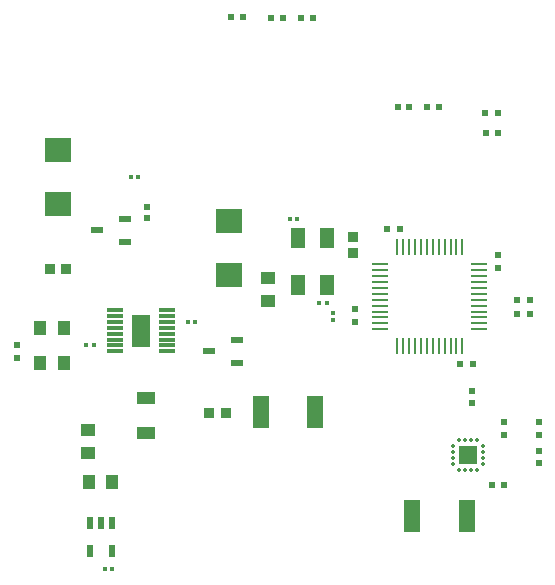
<source format=gtp>
G04 Layer_Color=8421504*
%FSLAX43Y43*%
%MOMM*%
G71*
G01*
G75*
%ADD10R,0.600X0.600*%
%ADD11R,0.600X0.600*%
%ADD12R,1.500X1.500*%
%ADD13O,0.300X0.500*%
%ADD14O,0.500X0.300*%
%ADD15R,1.400X2.700*%
%ADD16R,1.600X1.000*%
%ADD17R,0.300X0.300*%
%ADD18R,1.200X1.800*%
%ADD19R,0.300X0.300*%
%ADD20R,0.850X0.850*%
%ADD21R,1.400X0.250*%
%ADD22R,0.250X1.400*%
%ADD23R,0.600X1.000*%
%ADD24R,1.000X1.250*%
%ADD25R,1.250X1.000*%
%ADD26R,1.000X0.600*%
%ADD27R,0.850X0.850*%
%ADD28R,2.300X2.000*%
%ADD29R,1.600X2.800*%
%ADD30R,1.400X0.300*%
D10*
X43950Y25000D02*
D03*
X45050D02*
D03*
X45050Y26150D02*
D03*
X43950D02*
D03*
X41875Y10525D02*
D03*
X42875D02*
D03*
X32975Y32125D02*
D03*
X34075D02*
D03*
X40250Y20700D02*
D03*
X39150D02*
D03*
X41375Y40325D02*
D03*
X42375D02*
D03*
X42375Y42000D02*
D03*
X41275D02*
D03*
X34875Y42450D02*
D03*
X33875D02*
D03*
X36375D02*
D03*
X37375D02*
D03*
X20800Y50100D02*
D03*
X19800D02*
D03*
X23150Y50025D02*
D03*
X24150D02*
D03*
X25700Y50050D02*
D03*
X26700D02*
D03*
D11*
X45825Y12350D02*
D03*
Y13350D02*
D03*
Y14700D02*
D03*
Y15800D02*
D03*
X42850Y14725D02*
D03*
Y15825D02*
D03*
X40125Y18425D02*
D03*
Y17425D02*
D03*
X30275Y24250D02*
D03*
Y25350D02*
D03*
X42350Y29975D02*
D03*
Y28875D02*
D03*
X1625Y21250D02*
D03*
Y22350D02*
D03*
X12625Y34050D02*
D03*
Y33050D02*
D03*
D12*
X39850Y13050D02*
D03*
D13*
X39100Y14325D02*
D03*
X39600D02*
D03*
X40100D02*
D03*
X40600D02*
D03*
Y11775D02*
D03*
X40100D02*
D03*
X39600D02*
D03*
X39100D02*
D03*
D14*
X41125Y13800D02*
D03*
Y13300D02*
D03*
Y12800D02*
D03*
Y12300D02*
D03*
X38575D02*
D03*
Y12800D02*
D03*
Y13300D02*
D03*
Y13800D02*
D03*
D15*
X39725Y7900D02*
D03*
X35125D02*
D03*
X26900Y16700D02*
D03*
X22300D02*
D03*
D16*
X12550Y14875D02*
D03*
Y17875D02*
D03*
D17*
X25350Y32975D02*
D03*
X24750D02*
D03*
X27850Y25875D02*
D03*
X27250D02*
D03*
X9725Y3350D02*
D03*
X9125D02*
D03*
X16125Y24300D02*
D03*
X16725D02*
D03*
X8125Y22300D02*
D03*
X7525D02*
D03*
X11925Y36550D02*
D03*
X11325D02*
D03*
D18*
X27850Y27425D02*
D03*
Y31425D02*
D03*
X25450D02*
D03*
Y27425D02*
D03*
D19*
X28425Y25050D02*
D03*
Y24450D02*
D03*
D20*
X30075Y31500D02*
D03*
Y30100D02*
D03*
D21*
X32400Y29175D02*
D03*
Y28675D02*
D03*
Y28175D02*
D03*
Y27675D02*
D03*
Y27175D02*
D03*
Y26675D02*
D03*
Y26175D02*
D03*
Y25675D02*
D03*
Y25175D02*
D03*
Y24675D02*
D03*
Y24175D02*
D03*
Y23675D02*
D03*
X40800D02*
D03*
Y24175D02*
D03*
Y24675D02*
D03*
Y25175D02*
D03*
Y25675D02*
D03*
Y26175D02*
D03*
Y26675D02*
D03*
Y27175D02*
D03*
Y27675D02*
D03*
Y28175D02*
D03*
Y28675D02*
D03*
Y29175D02*
D03*
D22*
X33850Y22225D02*
D03*
X34350D02*
D03*
X34850D02*
D03*
X35350D02*
D03*
X35850D02*
D03*
X36350D02*
D03*
X36850D02*
D03*
X37350D02*
D03*
X37850D02*
D03*
X38350D02*
D03*
X38850D02*
D03*
X39350D02*
D03*
Y30625D02*
D03*
X38850D02*
D03*
X38350D02*
D03*
X37850D02*
D03*
X37350D02*
D03*
X36850D02*
D03*
X36350D02*
D03*
X35850D02*
D03*
X35350D02*
D03*
X34850D02*
D03*
X34350D02*
D03*
X33850D02*
D03*
D23*
X9700Y4900D02*
D03*
X7800D02*
D03*
Y7300D02*
D03*
X8750D02*
D03*
X9700D02*
D03*
D24*
X7725Y10775D02*
D03*
X9725D02*
D03*
X3625Y20800D02*
D03*
X5625D02*
D03*
X3625Y23800D02*
D03*
X5625D02*
D03*
D25*
X7675Y15175D02*
D03*
Y13175D02*
D03*
X22875Y26050D02*
D03*
Y28050D02*
D03*
D26*
X17875Y21800D02*
D03*
X20275Y22750D02*
D03*
Y20850D02*
D03*
X8425Y32050D02*
D03*
X10825Y33000D02*
D03*
Y31100D02*
D03*
D27*
X17925Y16550D02*
D03*
X19325D02*
D03*
X4425Y28800D02*
D03*
X5825D02*
D03*
D28*
X19625Y28250D02*
D03*
Y32850D02*
D03*
X5125Y34250D02*
D03*
Y38850D02*
D03*
D29*
X12125Y23550D02*
D03*
D30*
X14325Y21800D02*
D03*
Y22300D02*
D03*
Y22800D02*
D03*
Y23300D02*
D03*
Y23800D02*
D03*
Y24300D02*
D03*
Y24800D02*
D03*
Y25300D02*
D03*
X9925Y21800D02*
D03*
Y22300D02*
D03*
Y22800D02*
D03*
Y23300D02*
D03*
Y23800D02*
D03*
Y24300D02*
D03*
Y24800D02*
D03*
Y25300D02*
D03*
M02*

</source>
